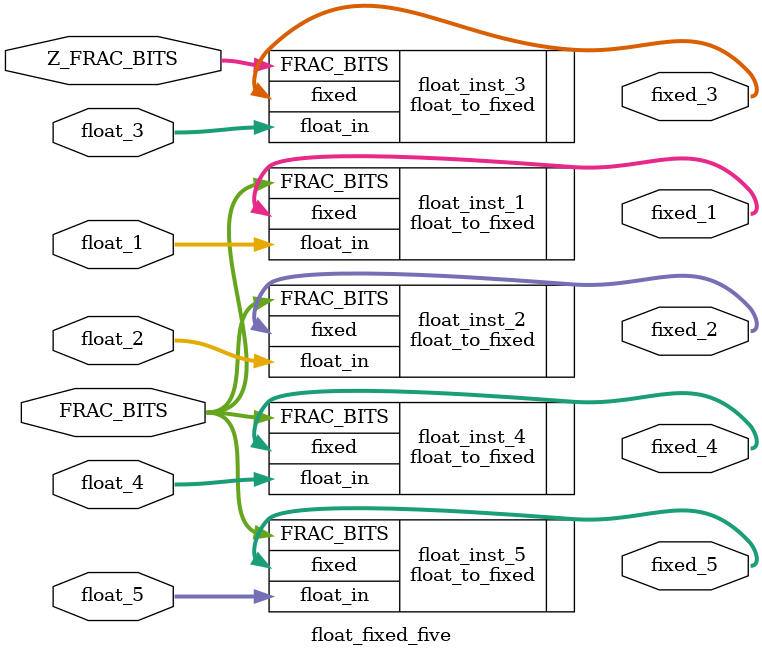
<source format=v>
`timescale 1ns / 1ps
`default_nettype none

module float_fixed_five (
	input wire [7:0] FRAC_BITS,
	input wire [7:0] Z_FRAC_BITS,
	
	input wire signed [31:0]  float_1,
	output wire signed [47:0] fixed_1,

	input wire signed [31:0]  float_2,
	output wire signed [47:0] fixed_2,

	input wire signed [31:0]  float_3,	// 3 = Z input !
	output wire signed [47:0] fixed_3,

	input wire signed [31:0]  float_4,
	output wire signed [47:0] fixed_4,

	input wire signed [31:0]  float_5,
	output wire signed [47:0] fixed_5
);

float_to_fixed  float_inst_1 (
	.float_in( float_1 ),	// input [31:0]  float_in
	.FRAC_BITS( FRAC_BITS ),
	.fixed( fixed_1 )		// output [47:0]  fixed
);

float_to_fixed  float_inst_2 (
	.float_in( float_2 ),	// input [31:0]  float_in
	.FRAC_BITS( FRAC_BITS ),
	.fixed( fixed_2 )		// output [47:0]  fixed
);

// Uses Z_FRAC_BITS instead!...
float_to_fixed  float_inst_3 (
	.float_in( float_3 ),	// input [31:0]  float_in
	.FRAC_BITS( Z_FRAC_BITS ),
	.fixed( fixed_3 )		// output [47:0]  fixed
);

float_to_fixed  float_inst_4 (
	.float_in( float_4 ),	// input [31:0]  float_in
	.FRAC_BITS( FRAC_BITS ),
	.fixed( fixed_4 )		// output [47:0]  fixed
);

float_to_fixed  float_inst_5 (
	.float_in( float_5 ),	// input [31:0]  float_in
	.FRAC_BITS( FRAC_BITS ),
	.fixed( fixed_5 )		// output [47:0]  fixed
);

endmodule

</source>
